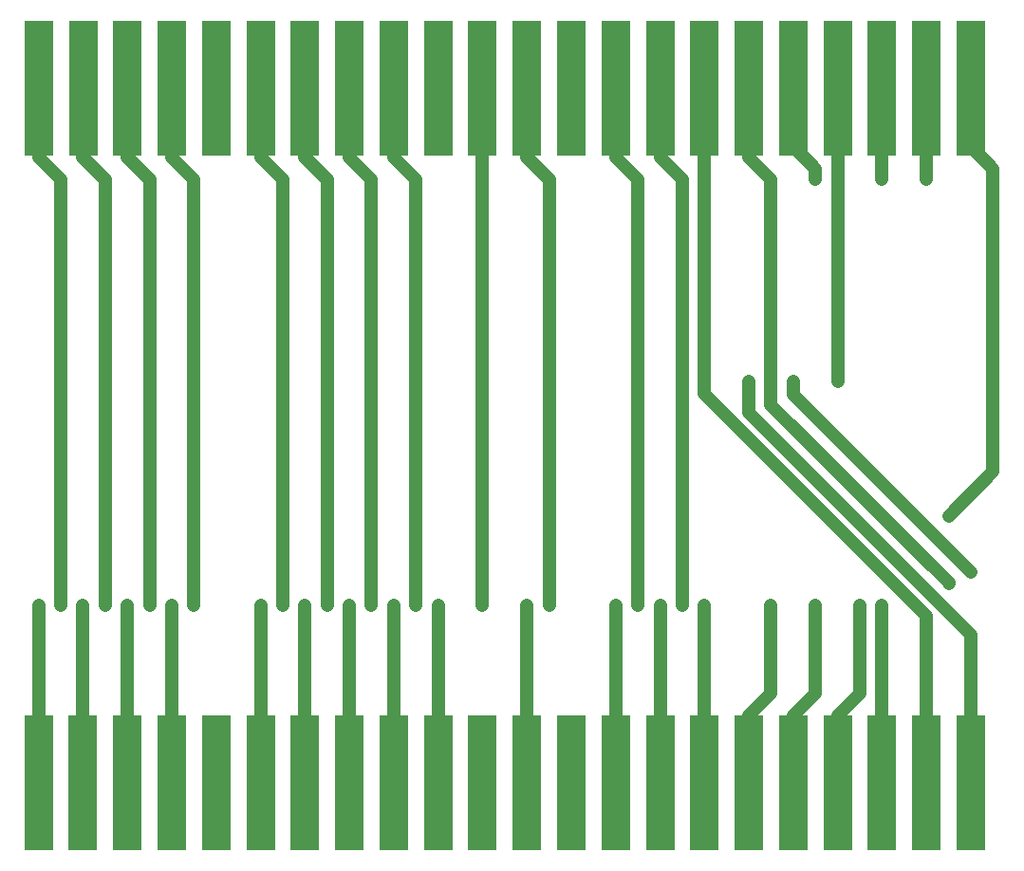
<source format=gbl>
%TF.GenerationSoftware,KiCad,Pcbnew,9.0.1*%
%TF.CreationDate,2025-07-28T23:24:02+02:00*%
%TF.ProjectId,monaco-gp-22,6d6f6e61-636f-42d6-9770-2d32322e6b69,rev?*%
%TF.SameCoordinates,Original*%
%TF.FileFunction,Copper,L2,Bot*%
%TF.FilePolarity,Positive*%
%FSLAX46Y46*%
G04 Gerber Fmt 4.6, Leading zero omitted, Abs format (unit mm)*
G04 Created by KiCad (PCBNEW 9.0.1) date 2025-07-28 23:24:02*
%MOMM*%
%LPD*%
G01*
G04 APERTURE LIST*
%TA.AperFunction,ConnectorPad*%
%ADD10R,2.540000X12.000000*%
%TD*%
%TA.AperFunction,ViaPad*%
%ADD11C,1.200000*%
%TD*%
%TA.AperFunction,Conductor*%
%ADD12C,1.200000*%
%TD*%
G04 APERTURE END LIST*
D10*
%TO.P,E1,1,Pin_1*%
%TO.N,/X1*%
X9210000Y-68690000D03*
%TO.P,E1,2,Pin_2*%
%TO.N,/X2*%
X13170000Y-68690000D03*
%TO.P,E1,3,Pin_3*%
%TO.N,/X3*%
X17130000Y-68690000D03*
%TO.P,E1,4,Pin_4*%
%TO.N,/X4*%
X21090000Y-68690000D03*
%TO.P,E1,5,Pin_5*%
%TO.N,unconnected-(E1-Pin_5-Pad5)*%
X25050000Y-68690000D03*
%TO.P,E1,6,Pin_6*%
%TO.N,/X6*%
X29010000Y-68690000D03*
%TO.P,E1,7,Pin_7*%
%TO.N,/X7*%
X32970000Y-68690000D03*
%TO.P,E1,8,Pin_8*%
%TO.N,/X8*%
X36930000Y-68690000D03*
%TO.P,E1,9,Pin_9*%
%TO.N,/X9*%
X40890000Y-68690000D03*
%TO.P,E1,10,Pin_10*%
%TO.N,/X10*%
X44850000Y-68690000D03*
%TO.P,E1,11,Pin_11*%
%TO.N,unconnected-(E1-Pin_11-Pad11)*%
X48810000Y-68690000D03*
%TO.P,E1,12,Pin_12*%
%TO.N,/X12*%
X52770000Y-68690000D03*
%TO.P,E1,13,Pin_13*%
%TO.N,unconnected-(E1-Pin_13-Pad13)*%
X56730000Y-68690000D03*
%TO.P,E1,14,Pin_14*%
%TO.N,/X14*%
X60690000Y-68690000D03*
%TO.P,E1,15,Pin_15*%
%TO.N,/X15*%
X64650000Y-68690000D03*
%TO.P,E1,16,Pin_16*%
%TO.N,/X16*%
X68610000Y-68690000D03*
%TO.P,E1,17,Pin_17*%
%TO.N,/X17*%
X72570000Y-68690000D03*
%TO.P,E1,18,Pin_18*%
%TO.N,/X18*%
X76530000Y-68690000D03*
%TO.P,E1,19,Pin_19*%
%TO.N,/X19*%
X80490000Y-68690000D03*
%TO.P,E1,20,Pin_20*%
%TO.N,/X20*%
X84450000Y-68690000D03*
%TO.P,E1,21,Pin_21*%
%TO.N,/X21*%
X88410000Y-68690000D03*
%TO.P,E1,22,Pin_22*%
%TO.N,/X22*%
X92370000Y-68690000D03*
%TD*%
%TO.P,B1,23,Pin_23*%
%TO.N,/X23*%
X9213000Y-6677000D03*
%TO.P,B1,24,Pin_24*%
%TO.N,/X24*%
X13173000Y-6677000D03*
%TO.P,B1,25,Pin_25*%
%TO.N,/X25*%
X17133000Y-6677000D03*
%TO.P,B1,26,Pin_26*%
%TO.N,/X26*%
X21093000Y-6677000D03*
%TO.P,B1,27,Pin_27*%
%TO.N,unconnected-(B1-Pin_27-Pad27)*%
X25053000Y-6677000D03*
%TO.P,B1,28,Pin_28*%
%TO.N,/X28*%
X29013000Y-6677000D03*
%TO.P,B1,29,Pin_29*%
%TO.N,/X29*%
X32973000Y-6677000D03*
%TO.P,B1,30,Pin_30*%
%TO.N,/X30*%
X36933000Y-6677000D03*
%TO.P,B1,31,Pin_31*%
%TO.N,/X31*%
X40893000Y-6677000D03*
%TO.P,B1,32,Pin_32*%
%TO.N,unconnected-(B1-Pin_32-Pad32)*%
X44853000Y-6677000D03*
%TO.P,B1,33,Pin_33*%
%TO.N,/X33*%
X48813000Y-6677000D03*
%TO.P,B1,34,Pin_34*%
%TO.N,/X34*%
X52773000Y-6677000D03*
%TO.P,B1,35,Pin_35*%
%TO.N,unconnected-(B1-Pin_35-Pad35)*%
X56733000Y-6677000D03*
%TO.P,B1,36,Pin_36*%
%TO.N,/X36*%
X60693000Y-6677000D03*
%TO.P,B1,37,Pin_37*%
%TO.N,/X37*%
X64653000Y-6677000D03*
%TO.P,B1,38,Pin_38*%
%TO.N,/X21*%
X68613000Y-6677000D03*
%TO.P,B1,39,Pin_39*%
%TO.N,/X43*%
X72573000Y-6677000D03*
%TO.P,B1,40,Pin_40*%
%TO.N,/X38*%
X76533000Y-6677000D03*
%TO.P,B1,41,Pin_41*%
%TO.N,/X39*%
X80493000Y-6677000D03*
%TO.P,B1,42,Pin_42*%
%TO.N,/X40*%
X84453000Y-6677000D03*
%TO.P,B1,43,Pin_43*%
%TO.N,/X41*%
X88413000Y-6677000D03*
%TO.P,B1,44,Pin_44*%
%TO.N,/X42*%
X92373000Y-6677000D03*
%TD*%
D11*
%TO.N,/X22*%
X72573000Y-32860000D03*
%TO.N,/X37*%
X66630000Y-52860000D03*
%TO.N,/X12*%
X52770000Y-52860000D03*
%TO.N,/X23*%
X11190000Y-52860000D03*
%TO.N,/X18*%
X78510000Y-52860000D03*
%TO.N,/X36*%
X62670000Y-52860000D03*
%TO.N,/X31*%
X42870000Y-52860000D03*
%TO.N,/X42*%
X90390000Y-44860000D03*
%TO.N,/X1*%
X9213000Y-52860000D03*
%TO.N,/X41*%
X88410000Y-14860000D03*
%TO.N,/X39*%
X80490000Y-32860000D03*
%TO.N,/X9*%
X40890000Y-52860000D03*
%TO.N,/X19*%
X82470000Y-52860000D03*
%TO.N,/X43*%
X90390000Y-50860000D03*
%TO.N,/X44*%
X76530000Y-32860000D03*
X92360000Y-49870000D03*
%TO.N,/X3*%
X17130000Y-52860000D03*
%TO.N,/X28*%
X30990000Y-52860000D03*
%TO.N,/X24*%
X15150000Y-52860000D03*
%TO.N,/X34*%
X54750000Y-52860000D03*
%TO.N,/X14*%
X60690000Y-52860000D03*
%TO.N,/X38*%
X78510000Y-14860000D03*
%TO.N,/X20*%
X84450000Y-52860000D03*
%TO.N,/X40*%
X84450000Y-14860000D03*
%TO.N,/X30*%
X38910000Y-52860000D03*
%TO.N,/X10*%
X44850000Y-52860000D03*
%TO.N,/X4*%
X21090000Y-52860000D03*
%TO.N,/X6*%
X29010000Y-52860000D03*
%TO.N,/X33*%
X48810000Y-52860000D03*
%TO.N,/X17*%
X74550000Y-52860000D03*
%TO.N,/X25*%
X19110000Y-52860000D03*
%TO.N,/X29*%
X34950000Y-52860000D03*
%TO.N,/X2*%
X13170000Y-52860000D03*
%TO.N,/X15*%
X64650000Y-52860000D03*
%TO.N,/X8*%
X36930000Y-52860000D03*
%TO.N,/X16*%
X68610000Y-52860000D03*
%TO.N,/X7*%
X32970000Y-52860000D03*
%TO.N,/X26*%
X23070000Y-52860000D03*
%TD*%
D12*
%TO.N,/X22*%
X92370000Y-55455844D02*
X92370000Y-68690000D01*
X72573000Y-35658844D02*
X92370000Y-55455844D01*
X72573000Y-32860000D02*
X72573000Y-35658844D01*
%TO.N,/X21*%
X68613000Y-33963000D02*
X88408500Y-53758500D01*
X68613000Y-6677000D02*
X68613000Y-33963000D01*
X88408500Y-53758500D02*
X88408500Y-68688500D01*
X88408500Y-68688500D02*
X88410000Y-68690000D01*
%TO.N,/X37*%
X64653000Y-6677000D02*
X64653000Y-12883000D01*
X66630000Y-14860000D02*
X66630000Y-52860000D01*
X64653000Y-12883000D02*
X66630000Y-14860000D01*
%TO.N,/X12*%
X52770000Y-52860000D02*
X52770000Y-68690000D01*
%TO.N,/X23*%
X9213000Y-6677000D02*
X9213000Y-12883000D01*
X11190000Y-14860000D02*
X11190000Y-52860000D01*
X9213000Y-12883000D02*
X11190000Y-14860000D01*
%TO.N,/X18*%
X78510000Y-52860000D02*
X78510000Y-60690000D01*
X76530000Y-62670000D02*
X76530000Y-68690000D01*
X78510000Y-60690000D02*
X76530000Y-62670000D01*
%TO.N,/X36*%
X60690000Y-12880000D02*
X62670000Y-14860000D01*
X60693000Y-6857000D02*
X60690000Y-6860000D01*
X62670000Y-14860000D02*
X62670000Y-52860000D01*
X60693000Y-6677000D02*
X60693000Y-6857000D01*
X60690000Y-6860000D02*
X60690000Y-12880000D01*
%TO.N,/X31*%
X42868500Y-52858500D02*
X42870000Y-52860000D01*
X42868500Y-14848500D02*
X42868500Y-52858500D01*
X40891500Y-12871500D02*
X42868500Y-14848500D01*
X40891500Y-6665500D02*
X40891500Y-12871500D01*
%TO.N,/X42*%
X94350000Y-40900000D02*
X94350000Y-13860000D01*
X92373000Y-11883000D02*
X92373000Y-6677000D01*
X94350000Y-13860000D02*
X92373000Y-11883000D01*
X90390000Y-44860000D02*
X94350000Y-40900000D01*
%TO.N,/X1*%
X9213000Y-52860000D02*
X9210000Y-52863000D01*
X9210000Y-52863000D02*
X9210000Y-68690000D01*
%TO.N,/X41*%
X88413000Y-11877000D02*
X88413000Y-6677000D01*
X88410000Y-14860000D02*
X88410000Y-11880000D01*
X88410000Y-11880000D02*
X88413000Y-11877000D01*
%TO.N,/X39*%
X80493000Y-6677000D02*
X80493000Y-32857000D01*
X80493000Y-32857000D02*
X80490000Y-32860000D01*
%TO.N,/X9*%
X40890000Y-52860000D02*
X40890000Y-68690000D01*
%TO.N,/X19*%
X82470000Y-52860000D02*
X82470000Y-60690000D01*
X80490000Y-62670000D02*
X80490000Y-68690000D01*
X82470000Y-60690000D02*
X80490000Y-62670000D01*
%TO.N,/X43*%
X90390000Y-50780000D02*
X74550000Y-34940000D01*
X74550000Y-34940000D02*
X74550000Y-14860000D01*
X90390000Y-50860000D02*
X90390000Y-50780000D01*
X72573000Y-12883000D02*
X72573000Y-6677000D01*
X74550000Y-14860000D02*
X72573000Y-12883000D01*
%TO.N,/X44*%
X76530000Y-34040000D02*
X76530000Y-32860000D01*
X92360000Y-49870000D02*
X76530000Y-34040000D01*
%TO.N,/X3*%
X17130000Y-52860000D02*
X17130000Y-68690000D01*
%TO.N,/X28*%
X30988500Y-14848500D02*
X30988500Y-52858500D01*
X29011500Y-6665500D02*
X29011500Y-12871500D01*
X30988500Y-52858500D02*
X30990000Y-52860000D01*
X29011500Y-12871500D02*
X30988500Y-14848500D01*
%TO.N,/X24*%
X13171500Y-12871500D02*
X15148500Y-14848500D01*
X15148500Y-52858500D02*
X15150000Y-52860000D01*
X13171500Y-6665500D02*
X13171500Y-12871500D01*
X15148500Y-14848500D02*
X15148500Y-52858500D01*
%TO.N,/X34*%
X52773000Y-12883000D02*
X54750000Y-14860000D01*
X52771500Y-12871500D02*
X52771500Y-6665500D01*
X54750000Y-14860000D02*
X54750000Y-52860000D01*
X52773000Y-6677000D02*
X52773000Y-12883000D01*
%TO.N,/X14*%
X60690000Y-52860000D02*
X60690000Y-68690000D01*
%TO.N,/X38*%
X78510000Y-13860000D02*
X76533000Y-11883000D01*
X76533000Y-11883000D02*
X76533000Y-6677000D01*
X78510000Y-14860000D02*
X78510000Y-13860000D01*
%TO.N,/X20*%
X84450000Y-52860000D02*
X84450000Y-68690000D01*
%TO.N,/X40*%
X84450000Y-14860000D02*
X84450000Y-11880000D01*
X84453000Y-11877000D02*
X84453000Y-6677000D01*
X84450000Y-11880000D02*
X84453000Y-11877000D01*
%TO.N,/X30*%
X38908500Y-14848500D02*
X38908500Y-52858500D01*
X36931500Y-6665500D02*
X36931500Y-12871500D01*
X38908500Y-52858500D02*
X38910000Y-52860000D01*
X36931500Y-12871500D02*
X38908500Y-14848500D01*
%TO.N,/X10*%
X44850000Y-52860000D02*
X44850000Y-68690000D01*
%TO.N,/X4*%
X21090000Y-52860000D02*
X21090000Y-68690000D01*
%TO.N,/X6*%
X29010000Y-52860000D02*
X29010000Y-68690000D01*
%TO.N,/X33*%
X48813000Y-52857000D02*
X48810000Y-52860000D01*
X48813000Y-6677000D02*
X48813000Y-52857000D01*
%TO.N,/X17*%
X74550000Y-52860000D02*
X74550000Y-60690000D01*
X72570000Y-62670000D02*
X72570000Y-68690000D01*
X74550000Y-60690000D02*
X72570000Y-62670000D01*
%TO.N,/X25*%
X19108500Y-52858500D02*
X19110000Y-52860000D01*
X17131500Y-12871500D02*
X19108500Y-14848500D01*
X17131500Y-6665500D02*
X17131500Y-12871500D01*
X19108500Y-14848500D02*
X19108500Y-52858500D01*
%TO.N,/X29*%
X34948500Y-52858500D02*
X34950000Y-52860000D01*
X32971500Y-6665500D02*
X32971500Y-12871500D01*
X32971500Y-12871500D02*
X34948500Y-14848500D01*
X34948500Y-14848500D02*
X34948500Y-52858500D01*
%TO.N,/X2*%
X13170000Y-52860000D02*
X13170000Y-68690000D01*
%TO.N,/X15*%
X64650000Y-52860000D02*
X64650000Y-68690000D01*
%TO.N,/X8*%
X36930000Y-52860000D02*
X36930000Y-68690000D01*
%TO.N,/X16*%
X68610000Y-52860000D02*
X68610000Y-68690000D01*
%TO.N,/X7*%
X32970000Y-52860000D02*
X32970000Y-68690000D01*
%TO.N,/X26*%
X23068500Y-14848500D02*
X23068500Y-52858500D01*
X23068500Y-52858500D02*
X23070000Y-52860000D01*
X21091500Y-12871500D02*
X23068500Y-14848500D01*
X21091500Y-6665500D02*
X21091500Y-12871500D01*
%TD*%
M02*

</source>
